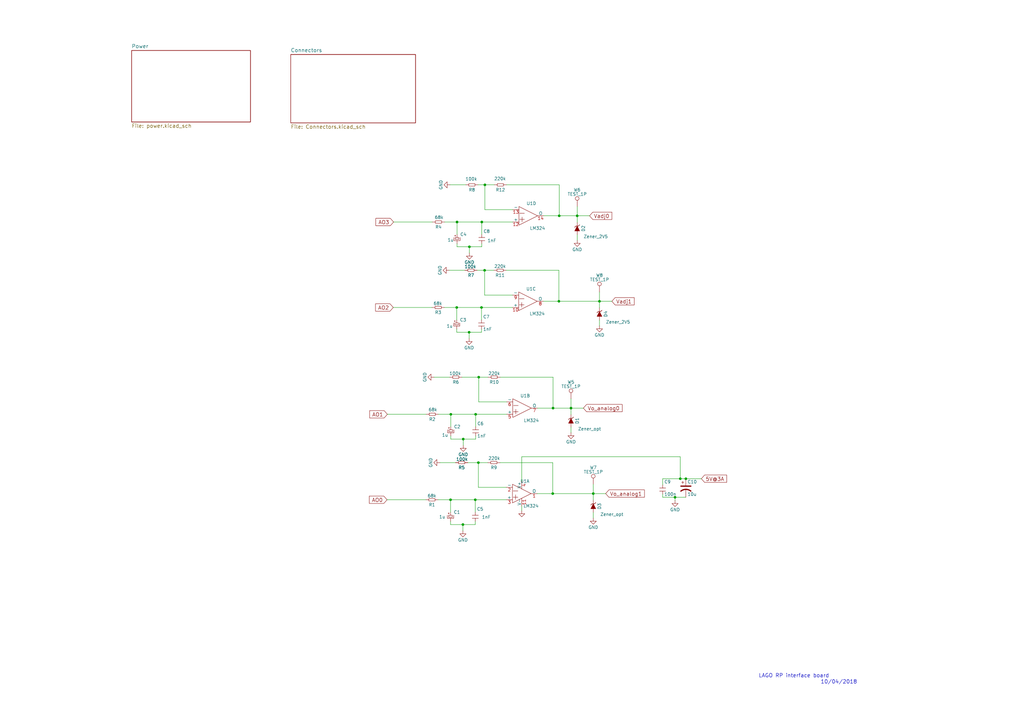
<source format=kicad_sch>
(kicad_sch (version 20211123) (generator eeschema)
  (paper "A3")
  (title_block (title "RP_CTRL_BOARD") (date "07/2018") (rev "3") (company "LabDPR") (comment 1 "L. Horacio Arnaldi"))
  (lib_symbols
    (symbol "lago_sch-rescue:C-lago_sch-rescue" (pin_numbers hide) (pin_names (offset 0.254))
      (property "Reference" "C" (at 1.27 0.254 0))
      (property "Value" "C-lago_sch-rescue" (at 1.27 -1.524 0))
      (symbol "C-lago_sch-rescue_0_1"
        (polyline (pts (xy -1.27 0) (xy 1.27 0) (xy 1.27 0)))
        (polyline (pts (xy 1.27 -1.27) (xy -1.27 -1.27) (xy -1.27 -1.27)))
      )
      (symbol "C-lago_sch-rescue_1_1"
        (pin passive line (at 0 1.27 270) (length 1.27) (name "~") (number "1"))
        (pin passive line (at 0 -2.54 90) (length 1.27) (name "~") (number "2"))
      )
    )
    (symbol "lago_sch-rescue:CP1-lago_sch-rescue" (pin_numbers hide) (pin_names (offset 0.254) hide)
      (property "Reference" "C" (at 0.635 2.54 0))
      (property "Value" "CP1-lago_sch-rescue" (at 0.635 -2.54 0))
      (symbol "CP1-lago_sch-rescue_0_1"
        (polyline (pts (xy -2.032 0.762) (xy 2.032 0.762)) (stroke (width 0.508)))
        (polyline (pts (xy -1.778 2.286) (xy -0.762 2.286)))
        (polyline (pts (xy -1.27 1.778) (xy -1.27 2.794)))
        (arc (start 2.032 -1.27) (mid 0 -0.5572) (end -2.032 -1.27) (stroke (width 0.508)))
      )
      (symbol "CP1-lago_sch-rescue_1_1"
        (pin passive line (at 0 3.81 270) (length 2.794) (name "~") (number "1"))
        (pin passive line (at 0 -3.81 90) (length 3.302) (name "~") (number "2"))
      )
    )
    (symbol "lago_sch-rescue:GND-lago_sch-rescue" (power) (pin_names (offset 0))
      (property "Value" "GND-lago_sch-rescue" (at 0 -3.81 0))
      (symbol "GND-lago_sch-rescue_0_1"
        (polyline (pts (xy 0 0) (xy 0 -1.27) (xy 1.27 -1.27) (xy 0 -2.54) (xy -1.27 -1.27) (xy 0 -1.27)))
      )
      (symbol "GND-lago_sch-rescue_1_1"
        (pin power_in line (at 0 0 270) (length 0) hide (name "GND") (number "1"))
      )
    )
    (symbol "lago_sch-rescue:LM324-lago_sch-rescue" (pin_names (offset 0))
      (property "Reference" "U" (at 4.445 5.08 0))
      (property "Value" "LM324-lago_sch-rescue" (at 6.35 3.175 0))
      (symbol "LM324-lago_sch-rescue_0_0"
        (polyline (pts (xy -3.81 3.81) (xy -3.81 -3.81) (xy 3.81 0) (xy -3.81 3.81) (xy -3.81 3.81)))
        (text "+" (at -2.54 -1.27 0) (effects (font (size 2.54 2.54))))
        (text "-" (at -2.54 1.27 0) (effects (font (size 2.54 2.54))))
      )
      (symbol "LM324-lago_sch-rescue_1_1"
        (pin passive line (at 6.35 0 180) (length 2.54) (name "O") (number "1"))
        (pin passive line (at 0 -5.08 90) (length 3.175) (name "V-") (number "11"))
        (pin passive line (at -6.35 2.54 0) (length 2.54) (name "-") (number "2"))
        (pin passive line (at -6.35 -2.54 0) (length 2.54) (name "+") (number "3"))
        (pin passive line (at 0 5.08 270) (length 3.175) (name "V+") (number "4"))
      )
      (symbol "LM324-lago_sch-rescue_2_1"
        (pin passive line (at -6.35 -2.54 0) (length 2.54) (name "+") (number "5"))
        (pin passive line (at -6.35 2.54 0) (length 2.54) (name "-") (number "6"))
        (pin passive line (at 6.35 0 180) (length 2.54) (name "O") (number "7"))
      )
      (symbol "LM324-lago_sch-rescue_3_1"
        (pin passive line (at -6.35 -2.54 0) (length 2.54) (name "+") (number "10"))
        (pin passive line (at 6.35 0 180) (length 2.54) (name "O") (number "8"))
        (pin passive line (at -6.35 2.54 0) (length 2.54) (name "-") (number "9"))
      )
      (symbol "LM324-lago_sch-rescue_4_1"
        (pin passive line (at -6.35 -2.54 0) (length 2.54) (name "+") (number "12"))
        (pin passive line (at -6.35 2.54 0) (length 2.54) (name "-") (number "13"))
        (pin passive line (at 6.35 0 180) (length 2.54) (name "O") (number "14"))
      )
    )
    (symbol "lago_sch-rescue:R-lago_sch-rescue" (pin_numbers hide) (pin_names (offset 0))
      (property "Reference" "R" (at -1.27 1.27 90))
      (property "Value" "R-lago_sch-rescue" (at 1.27 1.27 90))
      (symbol "R-lago_sch-rescue_0_1"
        (rectangle (start 0.508 1.27) (end -0.508 -1.27))
      )
      (symbol "R-lago_sch-rescue_1_1"
        (pin passive line (at 0 2.54 270) (length 1.27) (name "~") (number "1"))
        (pin passive line (at 0 -2.54 90) (length 1.27) (name "~") (number "2"))
      )
    )
    (symbol "lago_sch-rescue:TEST_1P-lago_sch-rescue" (pin_numbers hide) (pin_names (offset 0.762) hide)
      (property "Reference" "W" (at 0 6.858 0))
      (property "Value" "TEST_1P-lago_sch-rescue" (at 0 5.08 0))
      (symbol "TEST_1P-lago_sch-rescue_0_1"
        (circle (center 0 3.302) (radius 0.762))
      )
      (symbol "TEST_1P-lago_sch-rescue_1_1"
        (pin passive line (at 0 0 90) (length 2.54) (name "1") (number "1"))
      )
    )
    (symbol "lago_sch-rescue:ZENERsmall-lago_sch-rescue" (pin_numbers hide) (pin_names (offset 1.016) hide)
      (property "Reference" "D" (at 0 2.54 0))
      (property "Value" "ZENERsmall-lago_sch-rescue" (at 0 -2.54 0))
      (symbol "ZENERsmall-lago_sch-rescue_0_1"
        (polyline (pts (xy -1.524 1.016) (xy -1.016 0.508) (xy -1.016 -0.508) (xy -0.508 -1.016)) (stroke (width 0.2032)))
        (polyline (pts (xy 1.016 1.016) (xy -1.016 0) (xy 1.016 -1.016) (xy 1.016 1.016)) (fill (type outline)))
      )
      (symbol "ZENERsmall-lago_sch-rescue_1_1"
        (pin passive line (at -2.54 0 0) (length 1.524) (name "K") (number "1"))
        (pin passive line (at 2.54 0 180) (length 1.524) (name "A") (number "2"))
      )
    )
    (symbol "lago_sch-rescue:cap-lago_sch-rescue" (pin_numbers hide) (pin_names (offset 0.254) hide)
      (property "Reference" "C" (at 1.27 2.54 0))
      (property "Value" "cap-lago_sch-rescue" (at 1.27 -2.54 0))
      (symbol "cap-lago_sch-rescue_0_1"
        (rectangle (start -0.762 1.27) (end 0.762 0.508))
        (polyline (pts (xy -0.762 2.286) (xy -0.762 1.778) (xy -0.762 1.778)))
        (polyline (pts (xy -0.508 2.032) (xy -1.016 2.032) (xy -1.016 2.032)))
        (polyline (pts (xy -1.27 1.27) (xy -1.27 0) (xy 1.27 0) (xy 1.27 1.27) (xy 1.27 1.27)))
      )
      (symbol "cap-lago_sch-rescue_1_1"
        (pin passive line (at 0 2.54 270) (length 1.27) (name "~") (number "1"))
        (pin passive line (at 0 -1.27 90) (length 1.27) (name "~") (number "2"))
      )
    )
  )
  (junction (at 276.86 203.962))
  (junction (at 226.822 167.386))
  (junction (at 245.872 123.571))
  (junction (at 194.945 204.978))
  (junction (at 236.728 88.519))
  (junction (at 196.342 154.686))
  (junction (at 229.235 123.571))
  (junction (at 192.532 101.219))
  (junction (at 234.188 167.386))
  (junction (at 189.865 215.138))
  (junction (at 195.072 169.926))
  (junction (at 192.405 136.271))
  (junction (at 229.362 88.519))
  (junction (at 187.325 126.111))
  (junction (at 189.992 180.086))
  (junction (at 198.882 75.819))
  (junction (at 184.785 204.978))
  (junction (at 184.912 169.926))
  (junction (at 187.452 91.059))
  (junction (at 197.485 126.111))
  (junction (at 281.305 196.342))
  (junction (at 196.215 189.738))
  (junction (at 198.755 110.871))
  (junction (at 243.332 202.438))
  (junction (at 197.612 91.059))
  (junction (at 226.695 202.438))
  (junction (at 279.019 196.342))
  (wire (pts (xy 236.728 96.266) (xy 236.728 98.552)))
  (wire (pts (xy 279.019 187.325) (xy 213.995 187.325)))
  (wire (pts (xy 236.728 84.709) (xy 236.728 88.519)))
  (wire (pts (xy 189.992 180.086) (xy 195.072 180.086)))
  (wire (pts (xy 196.342 164.846) (xy 207.772 164.846)))
  (wire (pts (xy 245.872 119.761) (xy 245.872 123.571)))
  (wire (pts (xy 195.707 110.871) (xy 198.755 110.871)))
  (wire (pts (xy 187.325 136.271) (xy 192.405 136.271)))
  (wire (pts (xy 158.75 204.978) (xy 174.625 204.978)))
  (wire (pts (xy 234.188 175.133) (xy 234.188 177.419)))
  (wire (pts (xy 198.882 85.979) (xy 210.312 85.979)))
  (wire (pts (xy 236.728 88.519) (xy 236.728 91.186)))
  (wire (pts (xy 198.882 75.819) (xy 202.692 75.819)))
  (wire (pts (xy 187.325 126.111) (xy 197.485 126.111)))
  (wire (pts (xy 184.912 169.926) (xy 195.072 169.926)))
  (wire (pts (xy 279.019 187.325) (xy 279.019 196.342)))
  (wire (pts (xy 189.865 215.138) (xy 194.945 215.138)))
  (wire (pts (xy 226.822 154.686) (xy 226.822 167.386)))
  (wire (pts (xy 279.019 196.342) (xy 281.305 196.342)))
  (wire (pts (xy 178.054 154.686) (xy 184.404 154.686)))
  (wire (pts (xy 192.532 103.759) (xy 192.532 101.219)))
  (wire (pts (xy 197.485 126.111) (xy 210.185 126.111)))
  (wire (pts (xy 197.612 91.059) (xy 210.312 91.059)))
  (wire (pts (xy 192.532 101.219) (xy 197.612 101.219)))
  (wire (pts (xy 243.332 202.438) (xy 248.412 202.438)))
  (wire (pts (xy 192.405 136.271) (xy 197.485 136.271)))
  (wire (pts (xy 197.612 91.059) (xy 197.612 96.139)))
  (wire (pts (xy 179.832 169.926) (xy 184.912 169.926)))
  (wire (pts (xy 281.305 196.342) (xy 287.655 196.342)))
  (wire (pts (xy 245.872 123.571) (xy 250.952 123.571)))
  (wire (pts (xy 191.897 189.738) (xy 196.215 189.738)))
  (wire (pts (xy 187.452 99.949) (xy 187.452 101.219)))
  (wire (pts (xy 222.885 123.571) (xy 229.235 123.571)))
  (wire (pts (xy 196.215 189.738) (xy 196.215 199.898)))
  (wire (pts (xy 223.012 88.519) (xy 229.362 88.519)))
  (wire (pts (xy 184.785 215.138) (xy 184.785 213.868)))
  (wire (pts (xy 198.755 110.871) (xy 198.755 121.031)))
  (wire (pts (xy 198.882 75.819) (xy 198.882 85.979)))
  (wire (pts (xy 184.912 178.816) (xy 184.912 180.086)))
  (wire (pts (xy 184.785 210.058) (xy 184.785 204.978)))
  (wire (pts (xy 234.188 167.386) (xy 239.268 167.386)))
  (wire (pts (xy 276.86 205.232) (xy 276.86 203.962)))
  (wire (pts (xy 236.728 88.519) (xy 241.808 88.519)))
  (wire (pts (xy 207.645 110.871) (xy 229.235 110.871)))
  (wire (pts (xy 243.332 198.628) (xy 243.332 202.438)))
  (wire (pts (xy 226.695 189.738) (xy 226.695 202.438)))
  (wire (pts (xy 195.072 180.086) (xy 195.072 178.816)))
  (wire (pts (xy 245.872 131.318) (xy 245.872 133.604)))
  (wire (pts (xy 220.345 202.438) (xy 226.695 202.438)))
  (wire (pts (xy 189.865 217.678) (xy 189.865 215.138)))
  (wire (pts (xy 196.215 199.898) (xy 207.645 199.898)))
  (wire (pts (xy 229.362 88.519) (xy 236.728 88.519)))
  (wire (pts (xy 197.612 101.219) (xy 197.612 99.949)))
  (wire (pts (xy 229.235 110.871) (xy 229.235 123.571)))
  (wire (pts (xy 194.945 204.978) (xy 194.945 210.058)))
  (wire (pts (xy 194.945 204.978) (xy 207.645 204.978)))
  (wire (pts (xy 213.995 207.518) (xy 213.995 209.423)))
  (wire (pts (xy 196.088 75.819) (xy 198.882 75.819)))
  (wire (pts (xy 184.658 75.819) (xy 191.008 75.819)))
  (wire (pts (xy 243.332 210.185) (xy 243.332 212.471)))
  (wire (pts (xy 234.188 163.576) (xy 234.188 167.386)))
  (wire (pts (xy 182.372 91.059) (xy 187.452 91.059)))
  (wire (pts (xy 271.78 202.692) (xy 271.78 203.962)))
  (wire (pts (xy 187.325 126.111) (xy 187.325 131.191)))
  (wire (pts (xy 226.695 202.438) (xy 243.332 202.438)))
  (wire (pts (xy 184.785 215.138) (xy 189.865 215.138)))
  (wire (pts (xy 161.29 126.111) (xy 177.165 126.111)))
  (wire (pts (xy 226.822 167.386) (xy 234.188 167.386)))
  (wire (pts (xy 234.188 167.386) (xy 234.188 170.053)))
  (wire (pts (xy 161.417 91.059) (xy 177.292 91.059)))
  (wire (pts (xy 220.472 167.386) (xy 226.822 167.386)))
  (wire (pts (xy 197.485 136.271) (xy 197.485 135.001)))
  (wire (pts (xy 213.995 187.325) (xy 213.995 197.358)))
  (wire (pts (xy 187.325 135.001) (xy 187.325 136.271)))
  (wire (pts (xy 184.277 110.871) (xy 190.627 110.871)))
  (wire (pts (xy 180.467 189.738) (xy 186.817 189.738)))
  (wire (pts (xy 179.705 204.978) (xy 184.785 204.978)))
  (wire (pts (xy 196.342 154.686) (xy 196.342 164.846)))
  (wire (pts (xy 245.872 123.571) (xy 245.872 126.238)))
  (wire (pts (xy 229.235 123.571) (xy 245.872 123.571)))
  (wire (pts (xy 184.912 180.086) (xy 189.992 180.086)))
  (wire (pts (xy 271.78 196.342) (xy 279.019 196.342)))
  (wire (pts (xy 189.484 154.686) (xy 196.342 154.686)))
  (wire (pts (xy 205.232 154.686) (xy 226.822 154.686)))
  (wire (pts (xy 194.945 215.138) (xy 194.945 213.868)))
  (wire (pts (xy 229.362 75.819) (xy 229.362 88.519)))
  (wire (pts (xy 197.485 126.111) (xy 197.485 131.191)))
  (wire (pts (xy 184.912 175.006) (xy 184.912 169.926)))
  (wire (pts (xy 207.772 75.819) (xy 229.362 75.819)))
  (wire (pts (xy 196.215 189.738) (xy 200.025 189.738)))
  (wire (pts (xy 243.332 202.438) (xy 243.332 205.105)))
  (wire (pts (xy 198.755 121.031) (xy 210.185 121.031)))
  (wire (pts (xy 187.452 101.219) (xy 192.532 101.219)))
  (wire (pts (xy 184.785 204.978) (xy 194.945 204.978)))
  (wire (pts (xy 198.755 110.871) (xy 202.565 110.871)))
  (wire (pts (xy 271.78 196.342) (xy 271.78 198.882)))
  (wire (pts (xy 182.245 126.111) (xy 187.325 126.111)))
  (wire (pts (xy 187.452 91.059) (xy 197.612 91.059)))
  (wire (pts (xy 195.072 169.926) (xy 195.072 175.006)))
  (wire (pts (xy 187.452 91.059) (xy 187.452 96.139)))
  (wire (pts (xy 271.78 203.962) (xy 276.86 203.962)))
  (wire (pts (xy 276.86 203.962) (xy 281.305 203.962)))
  (wire (pts (xy 205.105 189.738) (xy 226.695 189.738)))
  (wire (pts (xy 195.072 169.926) (xy 207.772 169.926)))
  (wire (pts (xy 192.405 138.811) (xy 192.405 136.271)))
  (wire (pts (xy 189.992 182.626) (xy 189.992 180.086)))
  (wire (pts (xy 158.877 169.926) (xy 174.752 169.926)))
  (wire (pts (xy 196.342 154.686) (xy 200.152 154.686)))
  (text "10/04/2018" (at 336.55 280.67 0) (effects (font (size 1.524 1.524)) (justify left bottom)))
  (text "LAGO RP interface board\n" (at 311.15 278.13 0) (effects (font (size 1.524 1.524)) (justify left bottom)))
  (global_label "AO1" (shape input) (at 158.877 169.926 180) (effects (font (size 1.524 1.524))) (property "Intersheet References" "${INTERSHEET_REFS}" (effects hide)))
  (global_label "AO2" (shape input) (at 161.29 126.111 180) (effects (font (size 1.524 1.524))) (property "Intersheet References" "${INTERSHEET_REFS}" (effects hide)))
  (global_label "AO0" (shape input) (at 158.75 204.978 180) (effects (font (size 1.524 1.524))) (property "Intersheet References" "${INTERSHEET_REFS}" (effects hide)))
  (global_label "AO3" (shape input) (at 161.417 91.059 180) (effects (font (size 1.524 1.524))) (property "Intersheet References" "${INTERSHEET_REFS}" (effects hide)))
  (global_label "5V@3A" (shape input) (at 287.655 196.342 0) (effects (font (size 1.524 1.524))) (property "Intersheet References" "${INTERSHEET_REFS}" (effects hide)))
  (global_label "Vo_analog1" (shape input) (at 248.412 202.438 0) (effects (font (size 1.524 1.524))) (property "Intersheet References" "${INTERSHEET_REFS}" (effects hide)))
  (global_label "Vadj0" (shape input) (at 241.808 88.519 0) (effects (font (size 1.524 1.524))) (property "Intersheet References" "${INTERSHEET_REFS}" (effects hide)))
  (global_label "Vadj1" (shape input) (at 250.952 123.571 0) (effects (font (size 1.524 1.524))) (property "Intersheet References" "${INTERSHEET_REFS}" (effects hide)))
  (global_label "Vo_analog0" (shape input) (at 239.268 167.386 0) (effects (font (size 1.524 1.524))) (property "Intersheet References" "${INTERSHEET_REFS}" (effects hide)))
  (symbol (lib_id "lago_sch-rescue:R-lago_sch-rescue") (at 186.944 154.686 270) (unit 1)
    (property "Reference" "R6" (at 186.944 156.718 90))
    (property "Value" "100k" (at 186.69 153.162 90))
    (property "Footprint" "Resistors_SMD:R_0805_HandSoldering" (effects hide))
  )
  (symbol (lib_id "lago_sch-rescue:R-lago_sch-rescue") (at 202.692 154.686 270) (unit 1)
    (property "Reference" "R10" (at 202.692 156.718 90))
    (property "Value" "220k" (at 202.692 153.162 90))
    (property "Footprint" "Resistors_SMD:R_0805_HandSoldering" (effects hide))
  )
  (symbol (lib_id "lago_sch-rescue:R-lago_sch-rescue") (at 177.292 169.926 270) (unit 1)
    (property "Reference" "R2" (at 177.292 171.958 90))
    (property "Value" "68k" (at 177.546 168.021 90))
    (property "Footprint" "Resistors_SMD:R_0805_HandSoldering" (effects hide))
  )
  (symbol (lib_id "lago_sch-rescue:C-lago_sch-rescue") (at 195.072 176.276 0) (unit 1)
    (property "Reference" "C6" (at 195.707 173.736 0) (effects (justify left)))
    (property "Value" "1nF" (at 195.707 178.816 0) (effects (justify left)))
    (property "Footprint" "w_smd_cap:c_0805" (effects hide))
  )
  (symbol (lib_id "lago_sch-rescue:GND-lago_sch-rescue") (at 189.992 182.626 0) (unit 1)
    (property "Reference" "#PWR01" (effects hide))
    (property "Value" "GND" (at 189.992 186.436 0))
  )
  (symbol (lib_id "lago_sch-rescue:GND-lago_sch-rescue") (at 178.054 154.686 270) (unit 1)
    (property "Reference" "#PWR02" (effects hide))
    (property "Value" "GND" (at 174.244 154.686 0))
  )
  (symbol (lib_id "lago_sch-rescue:TEST_1P-lago_sch-rescue") (at 234.188 163.576 0) (unit 1)
    (property "Reference" "W5" (at 234.188 156.718 0))
    (property "Value" "TEST_1P" (at 234.188 158.496 0))
    (property "Footprint" "Measurement_Points:Measurement_Point_Round-SMD-Pad_Small" (effects hide))
  )
  (symbol (lib_id "lago_sch-rescue:ZENERsmall-lago_sch-rescue") (at 234.188 172.593 270) (unit 1)
    (property "Reference" "D1" (at 236.728 172.593 0))
    (property "Value" "Zener_opt" (at 241.808 175.895 90))
    (property "Footprint" "w_smd_diode:sod123" (effects hide))
  )
  (symbol (lib_id "lago_sch-rescue:GND-lago_sch-rescue") (at 234.188 177.419 0) (unit 1)
    (property "Reference" "#PWR03" (effects hide))
    (property "Value" "GND" (at 234.188 181.229 0))
  )
  (symbol (lib_id "lago_sch-rescue:C-lago_sch-rescue") (at 271.78 200.152 0) (unit 1)
    (property "Reference" "C9" (at 272.415 197.612 0) (effects (justify left)))
    (property "Value" "100n" (at 272.415 202.692 0) (effects (justify left)))
    (property "Footprint" "w_smd_cap:c_0805" (effects hide))
  )
  (symbol (lib_id "lago_sch-rescue:CP1-lago_sch-rescue") (at 281.305 200.152 0) (unit 1)
    (property "Reference" "C10" (at 281.94 197.612 0) (effects (justify left)))
    (property "Value" "10u" (at 281.94 202.692 0) (effects (justify left)))
    (property "Footprint" "Capacitors_SMD:C_1812_HandSoldering" (effects hide))
  )
  (symbol (lib_id "lago_sch-rescue:GND-lago_sch-rescue") (at 276.86 205.232 0) (unit 1)
    (property "Reference" "#PWR04" (effects hide))
    (property "Value" "GND" (at 276.86 209.042 0))
  )
  (symbol (lib_id "lago_sch-rescue:LM324-lago_sch-rescue") (at 214.122 167.386 0) (unit 2)
    (property "Reference" "U1" (at 215.392 162.306 0))
    (property "Value" "LM324" (at 217.932 172.466 0))
    (property "Footprint" "SMD_Packages:SOIC-14_N" (effects hide))
  )
  (symbol (lib_id "lago_sch-rescue:cap-lago_sch-rescue") (at 187.452 98.679 0) (unit 1)
    (property "Reference" "C4" (at 188.722 96.139 0) (effects (justify left)))
    (property "Value" "1u" (at 183.515 98.425 0) (effects (justify left)))
    (property "Footprint" "w_smd_cap:c_0805" (effects hide))
  )
  (symbol (lib_id "lago_sch-rescue:R-lago_sch-rescue") (at 189.357 189.738 270) (unit 1)
    (property "Reference" "R5" (at 189.357 191.77 90))
    (property "Value" "100k" (at 189.484 188.341 90))
    (property "Footprint" "Resistors_SMD:R_0805_HandSoldering" (effects hide))
  )
  (symbol (lib_id "lago_sch-rescue:R-lago_sch-rescue") (at 202.565 189.738 270) (unit 1)
    (property "Reference" "R9" (at 202.565 191.77 90))
    (property "Value" "220k" (at 202.692 187.96 90))
    (property "Footprint" "Resistors_SMD:R_0805_HandSoldering" (effects hide))
  )
  (symbol (lib_id "lago_sch-rescue:R-lago_sch-rescue") (at 177.165 204.978 270) (unit 1)
    (property "Reference" "R1" (at 177.165 207.01 90))
    (property "Value" "68k" (at 177.165 203.327 90))
    (property "Footprint" "Resistors_SMD:R_0805_HandSoldering" (effects hide))
  )
  (symbol (lib_id "lago_sch-rescue:C-lago_sch-rescue") (at 194.945 211.328 0) (unit 1)
    (property "Reference" "C5" (at 195.58 208.788 0) (effects (justify left)))
    (property "Value" "1nF" (at 197.612 212.09 0) (effects (justify left)))
    (property "Footprint" "w_smd_cap:c_0805" (effects hide))
  )
  (symbol (lib_id "lago_sch-rescue:GND-lago_sch-rescue") (at 189.865 217.678 0) (unit 1)
    (property "Reference" "#PWR05" (effects hide))
    (property "Value" "GND" (at 189.865 221.488 0))
  )
  (symbol (lib_id "lago_sch-rescue:GND-lago_sch-rescue") (at 180.467 189.738 270) (unit 1)
    (property "Reference" "#PWR06" (effects hide))
    (property "Value" "GND" (at 176.657 189.738 0))
  )
  (symbol (lib_id "lago_sch-rescue:LM324-lago_sch-rescue") (at 213.995 202.438 0) (unit 1)
    (property "Reference" "U1" (at 215.265 197.358 0))
    (property "Value" "LM324" (at 217.805 207.518 0))
    (property "Footprint" "SMD_Packages:SOIC-14_N" (effects hide))
  )
  (symbol (lib_id "lago_sch-rescue:TEST_1P-lago_sch-rescue") (at 243.332 198.628 0) (unit 1)
    (property "Reference" "W7" (at 243.332 191.77 0))
    (property "Value" "TEST_1P" (at 243.332 193.548 0))
    (property "Footprint" "Measurement_Points:Measurement_Point_Round-SMD-Pad_Small" (effects hide))
  )
  (symbol (lib_id "lago_sch-rescue:ZENERsmall-lago_sch-rescue") (at 243.332 207.645 270) (unit 1)
    (property "Reference" "D3" (at 245.872 207.645 0))
    (property "Value" "Zener_opt" (at 250.952 210.947 90))
    (property "Footprint" "w_smd_diode:sod123" (effects hide))
  )
  (symbol (lib_id "lago_sch-rescue:GND-lago_sch-rescue") (at 243.332 212.471 0) (unit 1)
    (property "Reference" "#PWR07" (effects hide))
    (property "Value" "GND" (at 243.332 216.281 0))
  )
  (symbol (lib_id "lago_sch-rescue:R-lago_sch-rescue") (at 193.548 75.819 270) (unit 1)
    (property "Reference" "R8" (at 193.548 77.851 90))
    (property "Value" "100k" (at 193.294 73.406 90))
    (property "Footprint" "Resistors_SMD:R_0805_HandSoldering" (effects hide))
  )
  (symbol (lib_id "lago_sch-rescue:R-lago_sch-rescue") (at 205.232 75.819 270) (unit 1)
    (property "Reference" "R12" (at 205.232 77.851 90))
    (property "Value" "220k" (at 205.105 73.279 90))
    (property "Footprint" "Resistors_SMD:R_0805_HandSoldering" (effects hide))
  )
  (symbol (lib_id "lago_sch-rescue:R-lago_sch-rescue") (at 179.832 91.059 270) (unit 1)
    (property "Reference" "R4" (at 179.832 93.091 90))
    (property "Value" "68k" (at 180.086 89.154 90))
    (property "Footprint" "Resistors_SMD:R_0805_HandSoldering" (effects hide))
  )
  (symbol (lib_id "lago_sch-rescue:C-lago_sch-rescue") (at 197.612 97.409 0) (unit 1)
    (property "Reference" "C8" (at 198.247 94.869 0) (effects (justify left)))
    (property "Value" "1nF" (at 199.898 98.679 0) (effects (justify left)))
    (property "Footprint" "w_smd_cap:c_0805" (effects hide))
  )
  (symbol (lib_id "lago_sch-rescue:GND-lago_sch-rescue") (at 192.532 103.759 0) (unit 1)
    (property "Reference" "#PWR08" (effects hide))
    (property "Value" "GND" (at 192.532 107.569 0))
  )
  (symbol (lib_id "lago_sch-rescue:GND-lago_sch-rescue") (at 184.658 75.819 270) (unit 1)
    (property "Reference" "#PWR09" (effects hide))
    (property "Value" "GND" (at 180.848 75.819 0))
  )
  (symbol (lib_id "lago_sch-rescue:TEST_1P-lago_sch-rescue") (at 236.728 84.709 0) (unit 1)
    (property "Reference" "W6" (at 236.728 77.851 0))
    (property "Value" "TEST_1P" (at 236.728 79.629 0))
    (property "Footprint" "Measurement_Points:Measurement_Point_Round-SMD-Pad_Small" (effects hide))
  )
  (symbol (lib_id "lago_sch-rescue:ZENERsmall-lago_sch-rescue") (at 236.728 93.726 270) (unit 1)
    (property "Reference" "D2" (at 239.268 93.726 0))
    (property "Value" "Zener_2V5" (at 244.348 97.028 90))
    (property "Footprint" "w_smd_diode:sod123" (effects hide))
  )
  (symbol (lib_id "lago_sch-rescue:GND-lago_sch-rescue") (at 236.728 98.552 0) (unit 1)
    (property "Reference" "#PWR010" (effects hide))
    (property "Value" "GND" (at 236.728 102.362 0))
  )
  (symbol (lib_id "lago_sch-rescue:LM324-lago_sch-rescue") (at 216.662 88.519 0) (unit 4)
    (property "Reference" "U1" (at 217.932 83.439 0))
    (property "Value" "LM324" (at 220.472 93.599 0))
    (property "Footprint" "SMD_Packages:SOIC-14_N" (effects hide))
  )
  (symbol (lib_id "lago_sch-rescue:R-lago_sch-rescue") (at 193.167 110.871 270) (unit 1)
    (property "Reference" "R7" (at 193.167 112.903 90))
    (property "Value" "100k" (at 192.913 109.347 90))
    (property "Footprint" "Resistors_SMD:R_0805_HandSoldering" (effects hide))
  )
  (symbol (lib_id "lago_sch-rescue:R-lago_sch-rescue") (at 205.105 110.871 270) (unit 1)
    (property "Reference" "R11" (at 205.105 112.903 90))
    (property "Value" "220k" (at 205.105 109.22 90))
    (property "Footprint" "Resistors_SMD:R_0805_HandSoldering" (effects hide))
  )
  (symbol (lib_id "lago_sch-rescue:R-lago_sch-rescue") (at 179.705 126.111 270) (unit 1)
    (property "Reference" "R3" (at 179.705 128.143 90))
    (property "Value" "68k" (at 179.578 124.46 90))
    (property "Footprint" "Resistors_SMD:R_0805_HandSoldering" (effects hide))
  )
  (symbol (lib_id "lago_sch-rescue:C-lago_sch-rescue") (at 197.485 132.461 0) (unit 1)
    (property "Reference" "C7" (at 198.12 129.921 0) (effects (justify left)))
    (property "Value" "1nF" (at 198.12 135.001 0) (effects (justify left)))
    (property "Footprint" "w_smd_cap:c_0805" (effects hide))
  )
  (symbol (lib_id "lago_sch-rescue:GND-lago_sch-rescue") (at 192.405 138.811 0) (unit 1)
    (property "Reference" "#PWR011" (effects hide))
    (property "Value" "GND" (at 192.405 142.621 0))
  )
  (symbol (lib_id "lago_sch-rescue:GND-lago_sch-rescue") (at 184.277 110.871 270) (unit 1)
    (property "Reference" "#PWR012" (effects hide))
    (property "Value" "GND" (at 180.467 110.871 0))
  )
  (symbol (lib_id "lago_sch-rescue:LM324-lago_sch-rescue") (at 216.535 123.571 0) (unit 3)
    (property "Reference" "U1" (at 217.805 118.491 0))
    (property "Value" "LM324" (at 220.345 128.651 0))
    (property "Footprint" "SMD_Packages:SOIC-14_N" (effects hide))
  )
  (symbol (lib_id "lago_sch-rescue:TEST_1P-lago_sch-rescue") (at 245.872 119.761 0) (unit 1)
    (property "Reference" "W8" (at 245.872 112.903 0))
    (property "Value" "TEST_1P" (at 245.872 114.681 0))
    (property "Footprint" "Measurement_Points:Measurement_Point_Round-SMD-Pad_Small" (effects hide))
  )
  (symbol (lib_id "lago_sch-rescue:ZENERsmall-lago_sch-rescue") (at 245.872 128.778 270) (unit 1)
    (property "Reference" "D4" (at 248.412 128.778 0))
    (property "Value" "Zener_2V5" (at 253.492 132.08 90))
    (property "Footprint" "w_smd_diode:sod123" (effects hide))
  )
  (symbol (lib_id "lago_sch-rescue:GND-lago_sch-rescue") (at 245.872 133.604 0) (unit 1)
    (property "Reference" "#PWR013" (effects hide))
    (property "Value" "GND" (at 245.872 137.414 0))
  )
  (symbol (lib_id "lago_sch-rescue:GND-lago_sch-rescue") (at 213.995 209.423 0) (unit 1)
    (property "Reference" "#PWR014" (effects hide))
    (property "Value" "GND" (effects hide))
  )
  (symbol (lib_id "lago_sch-rescue:cap-lago_sch-rescue") (at 187.325 133.731 0) (unit 1)
    (property "Reference" "C3" (at 188.595 131.191 0) (effects (justify left)))
    (property "Value" "1u" (at 183.134 133.731 0) (effects (justify left)))
    (property "Footprint" "w_smd_cap:c_0805" (effects hide))
  )
  (symbol (lib_id "lago_sch-rescue:cap-lago_sch-rescue") (at 184.912 177.546 0) (unit 1)
    (property "Reference" "C2" (at 186.182 175.006 0) (effects (justify left)))
    (property "Value" "1u" (at 181.229 178.435 0) (effects (justify left)))
    (property "Footprint" "w_smd_cap:c_0805" (effects hide))
  )
  (symbol (lib_id "lago_sch-rescue:cap-lago_sch-rescue") (at 184.785 212.598 0) (unit 1)
    (property "Reference" "C1" (at 186.055 210.058 0) (effects (justify left)))
    (property "Value" "1u" (at 180.086 211.963 0) (effects (justify left)))
    (property "Footprint" "w_smd_cap:c_0805" (effects hide))
  )
  (sheet (at 119.253 22.352) (size 51.181 28.067)
    (property "Sheet name" "Connectors" (at 119.253 21.5134 0) (effects (font (size 1.524 1.524)) (justify left bottom)))
    (property "Sheet file" "Connectors.kicad_sch" (at 119.253 51.1052 0) (effects (font (size 1.524 1.524)) (justify left top)))
  )
  (sheet (at 53.975 20.701) (size 48.768 29.337)
    (property "Sheet name" "Power" (at 53.975 19.8624 0) (effects (font (size 1.524 1.524)) (justify left bottom)))
    (property "Sheet file" "power.kicad_sch" (at 53.975 50.7242 0) (effects (font (size 1.524 1.524)) (justify left top)))
  )
)
</source>
